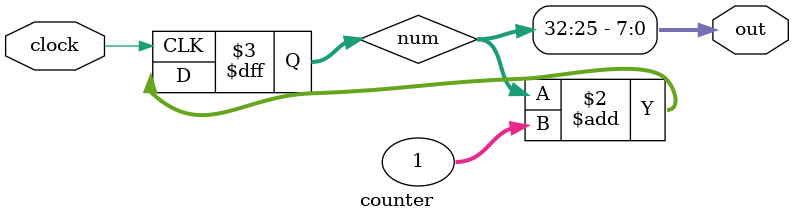
<source format=v>
module counter(
	input clock,
	output wire [7:0] out
	);

reg [32:0] num;

always @(posedge clock)
	begin
	num <= num + 1;
	end

assign out = num [32:25];
	
endmodule

</source>
